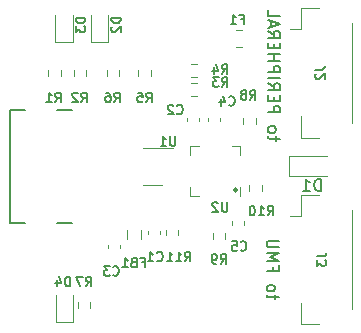
<source format=gbr>
%TF.GenerationSoftware,KiCad,Pcbnew,7.0.7-7.0.7~ubuntu23.04.1*%
%TF.CreationDate,2023-09-26T23:16:17+00:00*%
%TF.ProjectId,TFUSBSERIAL01,54465553-4253-4455-9249-414c30312e6b,REV*%
%TF.SameCoordinates,Original*%
%TF.FileFunction,Legend,Bot*%
%TF.FilePolarity,Positive*%
%FSLAX46Y46*%
G04 Gerber Fmt 4.6, Leading zero omitted, Abs format (unit mm)*
G04 Created by KiCad (PCBNEW 7.0.7-7.0.7~ubuntu23.04.1) date 2023-09-26 23:16:17*
%MOMM*%
%LPD*%
G01*
G04 APERTURE LIST*
%ADD10C,0.150000*%
%ADD11C,0.200000*%
%ADD12C,0.120000*%
G04 APERTURE END LIST*
D10*
X155241421Y-102300000D02*
G75*
G03*
X155241421Y-102300000I-141421J0D01*
G01*
D11*
X158514447Y-98123809D02*
X158514447Y-97742857D01*
X158847780Y-97980952D02*
X157990638Y-97980952D01*
X157990638Y-97980952D02*
X157895400Y-97933333D01*
X157895400Y-97933333D02*
X157847780Y-97838095D01*
X157847780Y-97838095D02*
X157847780Y-97742857D01*
X157847780Y-97266666D02*
X157895400Y-97361904D01*
X157895400Y-97361904D02*
X157943019Y-97409523D01*
X157943019Y-97409523D02*
X158038257Y-97457142D01*
X158038257Y-97457142D02*
X158323971Y-97457142D01*
X158323971Y-97457142D02*
X158419209Y-97409523D01*
X158419209Y-97409523D02*
X158466828Y-97361904D01*
X158466828Y-97361904D02*
X158514447Y-97266666D01*
X158514447Y-97266666D02*
X158514447Y-97123809D01*
X158514447Y-97123809D02*
X158466828Y-97028571D01*
X158466828Y-97028571D02*
X158419209Y-96980952D01*
X158419209Y-96980952D02*
X158323971Y-96933333D01*
X158323971Y-96933333D02*
X158038257Y-96933333D01*
X158038257Y-96933333D02*
X157943019Y-96980952D01*
X157943019Y-96980952D02*
X157895400Y-97028571D01*
X157895400Y-97028571D02*
X157847780Y-97123809D01*
X157847780Y-97123809D02*
X157847780Y-97266666D01*
X157847780Y-95742856D02*
X158847780Y-95742856D01*
X158847780Y-95742856D02*
X158847780Y-95361904D01*
X158847780Y-95361904D02*
X158800161Y-95266666D01*
X158800161Y-95266666D02*
X158752542Y-95219047D01*
X158752542Y-95219047D02*
X158657304Y-95171428D01*
X158657304Y-95171428D02*
X158514447Y-95171428D01*
X158514447Y-95171428D02*
X158419209Y-95219047D01*
X158419209Y-95219047D02*
X158371590Y-95266666D01*
X158371590Y-95266666D02*
X158323971Y-95361904D01*
X158323971Y-95361904D02*
X158323971Y-95742856D01*
X158371590Y-94742856D02*
X158371590Y-94409523D01*
X157847780Y-94266666D02*
X157847780Y-94742856D01*
X157847780Y-94742856D02*
X158847780Y-94742856D01*
X158847780Y-94742856D02*
X158847780Y-94266666D01*
X157847780Y-93266666D02*
X158323971Y-93599999D01*
X157847780Y-93838094D02*
X158847780Y-93838094D01*
X158847780Y-93838094D02*
X158847780Y-93457142D01*
X158847780Y-93457142D02*
X158800161Y-93361904D01*
X158800161Y-93361904D02*
X158752542Y-93314285D01*
X158752542Y-93314285D02*
X158657304Y-93266666D01*
X158657304Y-93266666D02*
X158514447Y-93266666D01*
X158514447Y-93266666D02*
X158419209Y-93314285D01*
X158419209Y-93314285D02*
X158371590Y-93361904D01*
X158371590Y-93361904D02*
X158323971Y-93457142D01*
X158323971Y-93457142D02*
X158323971Y-93838094D01*
X157847780Y-92838094D02*
X158847780Y-92838094D01*
X157847780Y-92361904D02*
X158847780Y-92361904D01*
X158847780Y-92361904D02*
X158847780Y-91980952D01*
X158847780Y-91980952D02*
X158800161Y-91885714D01*
X158800161Y-91885714D02*
X158752542Y-91838095D01*
X158752542Y-91838095D02*
X158657304Y-91790476D01*
X158657304Y-91790476D02*
X158514447Y-91790476D01*
X158514447Y-91790476D02*
X158419209Y-91838095D01*
X158419209Y-91838095D02*
X158371590Y-91885714D01*
X158371590Y-91885714D02*
X158323971Y-91980952D01*
X158323971Y-91980952D02*
X158323971Y-92361904D01*
X157847780Y-91361904D02*
X158847780Y-91361904D01*
X158371590Y-91361904D02*
X158371590Y-90790476D01*
X157847780Y-90790476D02*
X158847780Y-90790476D01*
X158371590Y-90314285D02*
X158371590Y-89980952D01*
X157847780Y-89838095D02*
X157847780Y-90314285D01*
X157847780Y-90314285D02*
X158847780Y-90314285D01*
X158847780Y-90314285D02*
X158847780Y-89838095D01*
X157847780Y-88838095D02*
X158323971Y-89171428D01*
X157847780Y-89409523D02*
X158847780Y-89409523D01*
X158847780Y-89409523D02*
X158847780Y-89028571D01*
X158847780Y-89028571D02*
X158800161Y-88933333D01*
X158800161Y-88933333D02*
X158752542Y-88885714D01*
X158752542Y-88885714D02*
X158657304Y-88838095D01*
X158657304Y-88838095D02*
X158514447Y-88838095D01*
X158514447Y-88838095D02*
X158419209Y-88885714D01*
X158419209Y-88885714D02*
X158371590Y-88933333D01*
X158371590Y-88933333D02*
X158323971Y-89028571D01*
X158323971Y-89028571D02*
X158323971Y-89409523D01*
X158133495Y-88457142D02*
X158133495Y-87980952D01*
X157847780Y-88552380D02*
X158847780Y-88219047D01*
X158847780Y-88219047D02*
X157847780Y-87885714D01*
X157847780Y-87076190D02*
X157847780Y-87552380D01*
X157847780Y-87552380D02*
X158847780Y-87552380D01*
X158414447Y-111547618D02*
X158414447Y-111166666D01*
X158747780Y-111404761D02*
X157890638Y-111404761D01*
X157890638Y-111404761D02*
X157795400Y-111357142D01*
X157795400Y-111357142D02*
X157747780Y-111261904D01*
X157747780Y-111261904D02*
X157747780Y-111166666D01*
X157747780Y-110690475D02*
X157795400Y-110785713D01*
X157795400Y-110785713D02*
X157843019Y-110833332D01*
X157843019Y-110833332D02*
X157938257Y-110880951D01*
X157938257Y-110880951D02*
X158223971Y-110880951D01*
X158223971Y-110880951D02*
X158319209Y-110833332D01*
X158319209Y-110833332D02*
X158366828Y-110785713D01*
X158366828Y-110785713D02*
X158414447Y-110690475D01*
X158414447Y-110690475D02*
X158414447Y-110547618D01*
X158414447Y-110547618D02*
X158366828Y-110452380D01*
X158366828Y-110452380D02*
X158319209Y-110404761D01*
X158319209Y-110404761D02*
X158223971Y-110357142D01*
X158223971Y-110357142D02*
X157938257Y-110357142D01*
X157938257Y-110357142D02*
X157843019Y-110404761D01*
X157843019Y-110404761D02*
X157795400Y-110452380D01*
X157795400Y-110452380D02*
X157747780Y-110547618D01*
X157747780Y-110547618D02*
X157747780Y-110690475D01*
X158271590Y-108833332D02*
X158271590Y-109166665D01*
X157747780Y-109166665D02*
X158747780Y-109166665D01*
X158747780Y-109166665D02*
X158747780Y-108690475D01*
X157747780Y-108309522D02*
X158747780Y-108309522D01*
X158747780Y-108309522D02*
X158033495Y-107976189D01*
X158033495Y-107976189D02*
X158747780Y-107642856D01*
X158747780Y-107642856D02*
X157747780Y-107642856D01*
X158747780Y-107166665D02*
X157938257Y-107166665D01*
X157938257Y-107166665D02*
X157843019Y-107119046D01*
X157843019Y-107119046D02*
X157795400Y-107071427D01*
X157795400Y-107071427D02*
X157747780Y-106976189D01*
X157747780Y-106976189D02*
X157747780Y-106785713D01*
X157747780Y-106785713D02*
X157795400Y-106690475D01*
X157795400Y-106690475D02*
X157843019Y-106642856D01*
X157843019Y-106642856D02*
X157938257Y-106595237D01*
X157938257Y-106595237D02*
X158747780Y-106595237D01*
D10*
X162332894Y-102385019D02*
X162332894Y-101385019D01*
X162332894Y-101385019D02*
X162094799Y-101385019D01*
X162094799Y-101385019D02*
X161951942Y-101432638D01*
X161951942Y-101432638D02*
X161856704Y-101527876D01*
X161856704Y-101527876D02*
X161809085Y-101623114D01*
X161809085Y-101623114D02*
X161761466Y-101813590D01*
X161761466Y-101813590D02*
X161761466Y-101956447D01*
X161761466Y-101956447D02*
X161809085Y-102146923D01*
X161809085Y-102146923D02*
X161856704Y-102242161D01*
X161856704Y-102242161D02*
X161951942Y-102337400D01*
X161951942Y-102337400D02*
X162094799Y-102385019D01*
X162094799Y-102385019D02*
X162332894Y-102385019D01*
X160809085Y-102385019D02*
X161380513Y-102385019D01*
X161094799Y-102385019D02*
X161094799Y-101385019D01*
X161094799Y-101385019D02*
X161190037Y-101527876D01*
X161190037Y-101527876D02*
X161285275Y-101623114D01*
X161285275Y-101623114D02*
X161380513Y-101670733D01*
X142386295Y-87726524D02*
X141586295Y-87726524D01*
X141586295Y-87726524D02*
X141586295Y-87917000D01*
X141586295Y-87917000D02*
X141624390Y-88031286D01*
X141624390Y-88031286D02*
X141700580Y-88107476D01*
X141700580Y-88107476D02*
X141776771Y-88145571D01*
X141776771Y-88145571D02*
X141929152Y-88183667D01*
X141929152Y-88183667D02*
X142043438Y-88183667D01*
X142043438Y-88183667D02*
X142195819Y-88145571D01*
X142195819Y-88145571D02*
X142272009Y-88107476D01*
X142272009Y-88107476D02*
X142348200Y-88031286D01*
X142348200Y-88031286D02*
X142386295Y-87917000D01*
X142386295Y-87917000D02*
X142386295Y-87726524D01*
X141586295Y-88450333D02*
X141586295Y-88945571D01*
X141586295Y-88945571D02*
X141891057Y-88678905D01*
X141891057Y-88678905D02*
X141891057Y-88793190D01*
X141891057Y-88793190D02*
X141929152Y-88869381D01*
X141929152Y-88869381D02*
X141967247Y-88907476D01*
X141967247Y-88907476D02*
X142043438Y-88945571D01*
X142043438Y-88945571D02*
X142233914Y-88945571D01*
X142233914Y-88945571D02*
X142310104Y-88907476D01*
X142310104Y-88907476D02*
X142348200Y-88869381D01*
X142348200Y-88869381D02*
X142386295Y-88793190D01*
X142386295Y-88793190D02*
X142386295Y-88564619D01*
X142386295Y-88564619D02*
X142348200Y-88488428D01*
X142348200Y-88488428D02*
X142310104Y-88450333D01*
X155533332Y-107386104D02*
X155571428Y-107424200D01*
X155571428Y-107424200D02*
X155685713Y-107462295D01*
X155685713Y-107462295D02*
X155761904Y-107462295D01*
X155761904Y-107462295D02*
X155876190Y-107424200D01*
X155876190Y-107424200D02*
X155952380Y-107348009D01*
X155952380Y-107348009D02*
X155990475Y-107271819D01*
X155990475Y-107271819D02*
X156028571Y-107119438D01*
X156028571Y-107119438D02*
X156028571Y-107005152D01*
X156028571Y-107005152D02*
X155990475Y-106852771D01*
X155990475Y-106852771D02*
X155952380Y-106776580D01*
X155952380Y-106776580D02*
X155876190Y-106700390D01*
X155876190Y-106700390D02*
X155761904Y-106662295D01*
X155761904Y-106662295D02*
X155685713Y-106662295D01*
X155685713Y-106662295D02*
X155571428Y-106700390D01*
X155571428Y-106700390D02*
X155533332Y-106738485D01*
X154809523Y-106662295D02*
X155190475Y-106662295D01*
X155190475Y-106662295D02*
X155228571Y-107043247D01*
X155228571Y-107043247D02*
X155190475Y-107005152D01*
X155190475Y-107005152D02*
X155114285Y-106967057D01*
X155114285Y-106967057D02*
X154923809Y-106967057D01*
X154923809Y-106967057D02*
X154847618Y-107005152D01*
X154847618Y-107005152D02*
X154809523Y-107043247D01*
X154809523Y-107043247D02*
X154771428Y-107119438D01*
X154771428Y-107119438D02*
X154771428Y-107309914D01*
X154771428Y-107309914D02*
X154809523Y-107386104D01*
X154809523Y-107386104D02*
X154847618Y-107424200D01*
X154847618Y-107424200D02*
X154923809Y-107462295D01*
X154923809Y-107462295D02*
X155114285Y-107462295D01*
X155114285Y-107462295D02*
X155190475Y-107424200D01*
X155190475Y-107424200D02*
X155228571Y-107386104D01*
X141090475Y-110462295D02*
X141090475Y-109662295D01*
X141090475Y-109662295D02*
X140899999Y-109662295D01*
X140899999Y-109662295D02*
X140785713Y-109700390D01*
X140785713Y-109700390D02*
X140709523Y-109776580D01*
X140709523Y-109776580D02*
X140671428Y-109852771D01*
X140671428Y-109852771D02*
X140633332Y-110005152D01*
X140633332Y-110005152D02*
X140633332Y-110119438D01*
X140633332Y-110119438D02*
X140671428Y-110271819D01*
X140671428Y-110271819D02*
X140709523Y-110348009D01*
X140709523Y-110348009D02*
X140785713Y-110424200D01*
X140785713Y-110424200D02*
X140899999Y-110462295D01*
X140899999Y-110462295D02*
X141090475Y-110462295D01*
X139947618Y-109928961D02*
X139947618Y-110462295D01*
X140138094Y-109624200D02*
X140328571Y-110195628D01*
X140328571Y-110195628D02*
X139833332Y-110195628D01*
X147533332Y-94862295D02*
X147799999Y-94481342D01*
X147990475Y-94862295D02*
X147990475Y-94062295D01*
X147990475Y-94062295D02*
X147685713Y-94062295D01*
X147685713Y-94062295D02*
X147609523Y-94100390D01*
X147609523Y-94100390D02*
X147571428Y-94138485D01*
X147571428Y-94138485D02*
X147533332Y-94214676D01*
X147533332Y-94214676D02*
X147533332Y-94328961D01*
X147533332Y-94328961D02*
X147571428Y-94405152D01*
X147571428Y-94405152D02*
X147609523Y-94443247D01*
X147609523Y-94443247D02*
X147685713Y-94481342D01*
X147685713Y-94481342D02*
X147990475Y-94481342D01*
X146809523Y-94062295D02*
X147190475Y-94062295D01*
X147190475Y-94062295D02*
X147228571Y-94443247D01*
X147228571Y-94443247D02*
X147190475Y-94405152D01*
X147190475Y-94405152D02*
X147114285Y-94367057D01*
X147114285Y-94367057D02*
X146923809Y-94367057D01*
X146923809Y-94367057D02*
X146847618Y-94405152D01*
X146847618Y-94405152D02*
X146809523Y-94443247D01*
X146809523Y-94443247D02*
X146771428Y-94519438D01*
X146771428Y-94519438D02*
X146771428Y-94709914D01*
X146771428Y-94709914D02*
X146809523Y-94786104D01*
X146809523Y-94786104D02*
X146847618Y-94824200D01*
X146847618Y-94824200D02*
X146923809Y-94862295D01*
X146923809Y-94862295D02*
X147114285Y-94862295D01*
X147114285Y-94862295D02*
X147190475Y-94824200D01*
X147190475Y-94824200D02*
X147228571Y-94786104D01*
X144833332Y-94862295D02*
X145099999Y-94481342D01*
X145290475Y-94862295D02*
X145290475Y-94062295D01*
X145290475Y-94062295D02*
X144985713Y-94062295D01*
X144985713Y-94062295D02*
X144909523Y-94100390D01*
X144909523Y-94100390D02*
X144871428Y-94138485D01*
X144871428Y-94138485D02*
X144833332Y-94214676D01*
X144833332Y-94214676D02*
X144833332Y-94328961D01*
X144833332Y-94328961D02*
X144871428Y-94405152D01*
X144871428Y-94405152D02*
X144909523Y-94443247D01*
X144909523Y-94443247D02*
X144985713Y-94481342D01*
X144985713Y-94481342D02*
X145290475Y-94481342D01*
X144147618Y-94062295D02*
X144299999Y-94062295D01*
X144299999Y-94062295D02*
X144376190Y-94100390D01*
X144376190Y-94100390D02*
X144414285Y-94138485D01*
X144414285Y-94138485D02*
X144490475Y-94252771D01*
X144490475Y-94252771D02*
X144528571Y-94405152D01*
X144528571Y-94405152D02*
X144528571Y-94709914D01*
X144528571Y-94709914D02*
X144490475Y-94786104D01*
X144490475Y-94786104D02*
X144452380Y-94824200D01*
X144452380Y-94824200D02*
X144376190Y-94862295D01*
X144376190Y-94862295D02*
X144223809Y-94862295D01*
X144223809Y-94862295D02*
X144147618Y-94824200D01*
X144147618Y-94824200D02*
X144109523Y-94786104D01*
X144109523Y-94786104D02*
X144071428Y-94709914D01*
X144071428Y-94709914D02*
X144071428Y-94519438D01*
X144071428Y-94519438D02*
X144109523Y-94443247D01*
X144109523Y-94443247D02*
X144147618Y-94405152D01*
X144147618Y-94405152D02*
X144223809Y-94367057D01*
X144223809Y-94367057D02*
X144376190Y-94367057D01*
X144376190Y-94367057D02*
X144452380Y-94405152D01*
X144452380Y-94405152D02*
X144490475Y-94443247D01*
X144490475Y-94443247D02*
X144528571Y-94519438D01*
X150133332Y-95811104D02*
X150171428Y-95849200D01*
X150171428Y-95849200D02*
X150285713Y-95887295D01*
X150285713Y-95887295D02*
X150361904Y-95887295D01*
X150361904Y-95887295D02*
X150476190Y-95849200D01*
X150476190Y-95849200D02*
X150552380Y-95773009D01*
X150552380Y-95773009D02*
X150590475Y-95696819D01*
X150590475Y-95696819D02*
X150628571Y-95544438D01*
X150628571Y-95544438D02*
X150628571Y-95430152D01*
X150628571Y-95430152D02*
X150590475Y-95277771D01*
X150590475Y-95277771D02*
X150552380Y-95201580D01*
X150552380Y-95201580D02*
X150476190Y-95125390D01*
X150476190Y-95125390D02*
X150361904Y-95087295D01*
X150361904Y-95087295D02*
X150285713Y-95087295D01*
X150285713Y-95087295D02*
X150171428Y-95125390D01*
X150171428Y-95125390D02*
X150133332Y-95163485D01*
X149828571Y-95163485D02*
X149790475Y-95125390D01*
X149790475Y-95125390D02*
X149714285Y-95087295D01*
X149714285Y-95087295D02*
X149523809Y-95087295D01*
X149523809Y-95087295D02*
X149447618Y-95125390D01*
X149447618Y-95125390D02*
X149409523Y-95163485D01*
X149409523Y-95163485D02*
X149371428Y-95239676D01*
X149371428Y-95239676D02*
X149371428Y-95315866D01*
X149371428Y-95315866D02*
X149409523Y-95430152D01*
X149409523Y-95430152D02*
X149866666Y-95887295D01*
X149866666Y-95887295D02*
X149371428Y-95887295D01*
X142433332Y-110462295D02*
X142699999Y-110081342D01*
X142890475Y-110462295D02*
X142890475Y-109662295D01*
X142890475Y-109662295D02*
X142585713Y-109662295D01*
X142585713Y-109662295D02*
X142509523Y-109700390D01*
X142509523Y-109700390D02*
X142471428Y-109738485D01*
X142471428Y-109738485D02*
X142433332Y-109814676D01*
X142433332Y-109814676D02*
X142433332Y-109928961D01*
X142433332Y-109928961D02*
X142471428Y-110005152D01*
X142471428Y-110005152D02*
X142509523Y-110043247D01*
X142509523Y-110043247D02*
X142585713Y-110081342D01*
X142585713Y-110081342D02*
X142890475Y-110081342D01*
X142166666Y-109662295D02*
X141633332Y-109662295D01*
X141633332Y-109662295D02*
X141976190Y-110462295D01*
X147166666Y-108443247D02*
X147433332Y-108443247D01*
X147433332Y-108862295D02*
X147433332Y-108062295D01*
X147433332Y-108062295D02*
X147052380Y-108062295D01*
X146480952Y-108443247D02*
X146366666Y-108481342D01*
X146366666Y-108481342D02*
X146328571Y-108519438D01*
X146328571Y-108519438D02*
X146290475Y-108595628D01*
X146290475Y-108595628D02*
X146290475Y-108709914D01*
X146290475Y-108709914D02*
X146328571Y-108786104D01*
X146328571Y-108786104D02*
X146366666Y-108824200D01*
X146366666Y-108824200D02*
X146442856Y-108862295D01*
X146442856Y-108862295D02*
X146747618Y-108862295D01*
X146747618Y-108862295D02*
X146747618Y-108062295D01*
X146747618Y-108062295D02*
X146480952Y-108062295D01*
X146480952Y-108062295D02*
X146404761Y-108100390D01*
X146404761Y-108100390D02*
X146366666Y-108138485D01*
X146366666Y-108138485D02*
X146328571Y-108214676D01*
X146328571Y-108214676D02*
X146328571Y-108290866D01*
X146328571Y-108290866D02*
X146366666Y-108367057D01*
X146366666Y-108367057D02*
X146404761Y-108405152D01*
X146404761Y-108405152D02*
X146480952Y-108443247D01*
X146480952Y-108443247D02*
X146747618Y-108443247D01*
X145528571Y-108862295D02*
X145985714Y-108862295D01*
X145757142Y-108862295D02*
X145757142Y-108062295D01*
X145757142Y-108062295D02*
X145833333Y-108176580D01*
X145833333Y-108176580D02*
X145909523Y-108252771D01*
X145909523Y-108252771D02*
X145985714Y-108290866D01*
X161862295Y-92133333D02*
X162433723Y-92133333D01*
X162433723Y-92133333D02*
X162548009Y-92095238D01*
X162548009Y-92095238D02*
X162624200Y-92019047D01*
X162624200Y-92019047D02*
X162662295Y-91904762D01*
X162662295Y-91904762D02*
X162662295Y-91828571D01*
X161938485Y-92476190D02*
X161900390Y-92514286D01*
X161900390Y-92514286D02*
X161862295Y-92590476D01*
X161862295Y-92590476D02*
X161862295Y-92780952D01*
X161862295Y-92780952D02*
X161900390Y-92857143D01*
X161900390Y-92857143D02*
X161938485Y-92895238D01*
X161938485Y-92895238D02*
X162014676Y-92933333D01*
X162014676Y-92933333D02*
X162090866Y-92933333D01*
X162090866Y-92933333D02*
X162205152Y-92895238D01*
X162205152Y-92895238D02*
X162662295Y-92438095D01*
X162662295Y-92438095D02*
X162662295Y-92933333D01*
X154409523Y-103362295D02*
X154409523Y-104009914D01*
X154409523Y-104009914D02*
X154371428Y-104086104D01*
X154371428Y-104086104D02*
X154333333Y-104124200D01*
X154333333Y-104124200D02*
X154257142Y-104162295D01*
X154257142Y-104162295D02*
X154104761Y-104162295D01*
X154104761Y-104162295D02*
X154028571Y-104124200D01*
X154028571Y-104124200D02*
X153990476Y-104086104D01*
X153990476Y-104086104D02*
X153952380Y-104009914D01*
X153952380Y-104009914D02*
X153952380Y-103362295D01*
X153609524Y-103438485D02*
X153571428Y-103400390D01*
X153571428Y-103400390D02*
X153495238Y-103362295D01*
X153495238Y-103362295D02*
X153304762Y-103362295D01*
X153304762Y-103362295D02*
X153228571Y-103400390D01*
X153228571Y-103400390D02*
X153190476Y-103438485D01*
X153190476Y-103438485D02*
X153152381Y-103514676D01*
X153152381Y-103514676D02*
X153152381Y-103590866D01*
X153152381Y-103590866D02*
X153190476Y-103705152D01*
X153190476Y-103705152D02*
X153647619Y-104162295D01*
X153647619Y-104162295D02*
X153152381Y-104162295D01*
X153833332Y-108562295D02*
X154099999Y-108181342D01*
X154290475Y-108562295D02*
X154290475Y-107762295D01*
X154290475Y-107762295D02*
X153985713Y-107762295D01*
X153985713Y-107762295D02*
X153909523Y-107800390D01*
X153909523Y-107800390D02*
X153871428Y-107838485D01*
X153871428Y-107838485D02*
X153833332Y-107914676D01*
X153833332Y-107914676D02*
X153833332Y-108028961D01*
X153833332Y-108028961D02*
X153871428Y-108105152D01*
X153871428Y-108105152D02*
X153909523Y-108143247D01*
X153909523Y-108143247D02*
X153985713Y-108181342D01*
X153985713Y-108181342D02*
X154290475Y-108181342D01*
X153452380Y-108562295D02*
X153299999Y-108562295D01*
X153299999Y-108562295D02*
X153223809Y-108524200D01*
X153223809Y-108524200D02*
X153185713Y-108486104D01*
X153185713Y-108486104D02*
X153109523Y-108371819D01*
X153109523Y-108371819D02*
X153071428Y-108219438D01*
X153071428Y-108219438D02*
X153071428Y-107914676D01*
X153071428Y-107914676D02*
X153109523Y-107838485D01*
X153109523Y-107838485D02*
X153147618Y-107800390D01*
X153147618Y-107800390D02*
X153223809Y-107762295D01*
X153223809Y-107762295D02*
X153376190Y-107762295D01*
X153376190Y-107762295D02*
X153452380Y-107800390D01*
X153452380Y-107800390D02*
X153490475Y-107838485D01*
X153490475Y-107838485D02*
X153528571Y-107914676D01*
X153528571Y-107914676D02*
X153528571Y-108105152D01*
X153528571Y-108105152D02*
X153490475Y-108181342D01*
X153490475Y-108181342D02*
X153452380Y-108219438D01*
X153452380Y-108219438D02*
X153376190Y-108257533D01*
X153376190Y-108257533D02*
X153223809Y-108257533D01*
X153223809Y-108257533D02*
X153147618Y-108219438D01*
X153147618Y-108219438D02*
X153109523Y-108181342D01*
X153109523Y-108181342D02*
X153071428Y-108105152D01*
X142033332Y-94862295D02*
X142299999Y-94481342D01*
X142490475Y-94862295D02*
X142490475Y-94062295D01*
X142490475Y-94062295D02*
X142185713Y-94062295D01*
X142185713Y-94062295D02*
X142109523Y-94100390D01*
X142109523Y-94100390D02*
X142071428Y-94138485D01*
X142071428Y-94138485D02*
X142033332Y-94214676D01*
X142033332Y-94214676D02*
X142033332Y-94328961D01*
X142033332Y-94328961D02*
X142071428Y-94405152D01*
X142071428Y-94405152D02*
X142109523Y-94443247D01*
X142109523Y-94443247D02*
X142185713Y-94481342D01*
X142185713Y-94481342D02*
X142490475Y-94481342D01*
X141728571Y-94138485D02*
X141690475Y-94100390D01*
X141690475Y-94100390D02*
X141614285Y-94062295D01*
X141614285Y-94062295D02*
X141423809Y-94062295D01*
X141423809Y-94062295D02*
X141347618Y-94100390D01*
X141347618Y-94100390D02*
X141309523Y-94138485D01*
X141309523Y-94138485D02*
X141271428Y-94214676D01*
X141271428Y-94214676D02*
X141271428Y-94290866D01*
X141271428Y-94290866D02*
X141309523Y-94405152D01*
X141309523Y-94405152D02*
X141766666Y-94862295D01*
X141766666Y-94862295D02*
X141271428Y-94862295D01*
X148433332Y-108286104D02*
X148471428Y-108324200D01*
X148471428Y-108324200D02*
X148585713Y-108362295D01*
X148585713Y-108362295D02*
X148661904Y-108362295D01*
X148661904Y-108362295D02*
X148776190Y-108324200D01*
X148776190Y-108324200D02*
X148852380Y-108248009D01*
X148852380Y-108248009D02*
X148890475Y-108171819D01*
X148890475Y-108171819D02*
X148928571Y-108019438D01*
X148928571Y-108019438D02*
X148928571Y-107905152D01*
X148928571Y-107905152D02*
X148890475Y-107752771D01*
X148890475Y-107752771D02*
X148852380Y-107676580D01*
X148852380Y-107676580D02*
X148776190Y-107600390D01*
X148776190Y-107600390D02*
X148661904Y-107562295D01*
X148661904Y-107562295D02*
X148585713Y-107562295D01*
X148585713Y-107562295D02*
X148471428Y-107600390D01*
X148471428Y-107600390D02*
X148433332Y-107638485D01*
X147671428Y-108362295D02*
X148128571Y-108362295D01*
X147899999Y-108362295D02*
X147899999Y-107562295D01*
X147899999Y-107562295D02*
X147976190Y-107676580D01*
X147976190Y-107676580D02*
X148052380Y-107752771D01*
X148052380Y-107752771D02*
X148128571Y-107790866D01*
X144733332Y-109486104D02*
X144771428Y-109524200D01*
X144771428Y-109524200D02*
X144885713Y-109562295D01*
X144885713Y-109562295D02*
X144961904Y-109562295D01*
X144961904Y-109562295D02*
X145076190Y-109524200D01*
X145076190Y-109524200D02*
X145152380Y-109448009D01*
X145152380Y-109448009D02*
X145190475Y-109371819D01*
X145190475Y-109371819D02*
X145228571Y-109219438D01*
X145228571Y-109219438D02*
X145228571Y-109105152D01*
X145228571Y-109105152D02*
X145190475Y-108952771D01*
X145190475Y-108952771D02*
X145152380Y-108876580D01*
X145152380Y-108876580D02*
X145076190Y-108800390D01*
X145076190Y-108800390D02*
X144961904Y-108762295D01*
X144961904Y-108762295D02*
X144885713Y-108762295D01*
X144885713Y-108762295D02*
X144771428Y-108800390D01*
X144771428Y-108800390D02*
X144733332Y-108838485D01*
X144466666Y-108762295D02*
X143971428Y-108762295D01*
X143971428Y-108762295D02*
X144238094Y-109067057D01*
X144238094Y-109067057D02*
X144123809Y-109067057D01*
X144123809Y-109067057D02*
X144047618Y-109105152D01*
X144047618Y-109105152D02*
X144009523Y-109143247D01*
X144009523Y-109143247D02*
X143971428Y-109219438D01*
X143971428Y-109219438D02*
X143971428Y-109409914D01*
X143971428Y-109409914D02*
X144009523Y-109486104D01*
X144009523Y-109486104D02*
X144047618Y-109524200D01*
X144047618Y-109524200D02*
X144123809Y-109562295D01*
X144123809Y-109562295D02*
X144352380Y-109562295D01*
X144352380Y-109562295D02*
X144428571Y-109524200D01*
X144428571Y-109524200D02*
X144466666Y-109486104D01*
X150009523Y-97762295D02*
X150009523Y-98409914D01*
X150009523Y-98409914D02*
X149971428Y-98486104D01*
X149971428Y-98486104D02*
X149933333Y-98524200D01*
X149933333Y-98524200D02*
X149857142Y-98562295D01*
X149857142Y-98562295D02*
X149704761Y-98562295D01*
X149704761Y-98562295D02*
X149628571Y-98524200D01*
X149628571Y-98524200D02*
X149590476Y-98486104D01*
X149590476Y-98486104D02*
X149552380Y-98409914D01*
X149552380Y-98409914D02*
X149552380Y-97762295D01*
X148752381Y-98562295D02*
X149209524Y-98562295D01*
X148980952Y-98562295D02*
X148980952Y-97762295D01*
X148980952Y-97762295D02*
X149057143Y-97876580D01*
X149057143Y-97876580D02*
X149133333Y-97952771D01*
X149133333Y-97952771D02*
X149209524Y-97990866D01*
X155529166Y-87843247D02*
X155795832Y-87843247D01*
X155795832Y-88262295D02*
X155795832Y-87462295D01*
X155795832Y-87462295D02*
X155414880Y-87462295D01*
X154691071Y-88262295D02*
X155148214Y-88262295D01*
X154919642Y-88262295D02*
X154919642Y-87462295D01*
X154919642Y-87462295D02*
X154995833Y-87576580D01*
X154995833Y-87576580D02*
X155072023Y-87652771D01*
X155072023Y-87652771D02*
X155148214Y-87690866D01*
X157814285Y-104462295D02*
X158080952Y-104081342D01*
X158271428Y-104462295D02*
X158271428Y-103662295D01*
X158271428Y-103662295D02*
X157966666Y-103662295D01*
X157966666Y-103662295D02*
X157890476Y-103700390D01*
X157890476Y-103700390D02*
X157852381Y-103738485D01*
X157852381Y-103738485D02*
X157814285Y-103814676D01*
X157814285Y-103814676D02*
X157814285Y-103928961D01*
X157814285Y-103928961D02*
X157852381Y-104005152D01*
X157852381Y-104005152D02*
X157890476Y-104043247D01*
X157890476Y-104043247D02*
X157966666Y-104081342D01*
X157966666Y-104081342D02*
X158271428Y-104081342D01*
X157052381Y-104462295D02*
X157509524Y-104462295D01*
X157280952Y-104462295D02*
X157280952Y-103662295D01*
X157280952Y-103662295D02*
X157357143Y-103776580D01*
X157357143Y-103776580D02*
X157433333Y-103852771D01*
X157433333Y-103852771D02*
X157509524Y-103890866D01*
X156557142Y-103662295D02*
X156480952Y-103662295D01*
X156480952Y-103662295D02*
X156404761Y-103700390D01*
X156404761Y-103700390D02*
X156366666Y-103738485D01*
X156366666Y-103738485D02*
X156328571Y-103814676D01*
X156328571Y-103814676D02*
X156290476Y-103967057D01*
X156290476Y-103967057D02*
X156290476Y-104157533D01*
X156290476Y-104157533D02*
X156328571Y-104309914D01*
X156328571Y-104309914D02*
X156366666Y-104386104D01*
X156366666Y-104386104D02*
X156404761Y-104424200D01*
X156404761Y-104424200D02*
X156480952Y-104462295D01*
X156480952Y-104462295D02*
X156557142Y-104462295D01*
X156557142Y-104462295D02*
X156633333Y-104424200D01*
X156633333Y-104424200D02*
X156671428Y-104386104D01*
X156671428Y-104386104D02*
X156709523Y-104309914D01*
X156709523Y-104309914D02*
X156747619Y-104157533D01*
X156747619Y-104157533D02*
X156747619Y-103967057D01*
X156747619Y-103967057D02*
X156709523Y-103814676D01*
X156709523Y-103814676D02*
X156671428Y-103738485D01*
X156671428Y-103738485D02*
X156633333Y-103700390D01*
X156633333Y-103700390D02*
X156557142Y-103662295D01*
X139833332Y-94862295D02*
X140099999Y-94481342D01*
X140290475Y-94862295D02*
X140290475Y-94062295D01*
X140290475Y-94062295D02*
X139985713Y-94062295D01*
X139985713Y-94062295D02*
X139909523Y-94100390D01*
X139909523Y-94100390D02*
X139871428Y-94138485D01*
X139871428Y-94138485D02*
X139833332Y-94214676D01*
X139833332Y-94214676D02*
X139833332Y-94328961D01*
X139833332Y-94328961D02*
X139871428Y-94405152D01*
X139871428Y-94405152D02*
X139909523Y-94443247D01*
X139909523Y-94443247D02*
X139985713Y-94481342D01*
X139985713Y-94481342D02*
X140290475Y-94481342D01*
X139071428Y-94862295D02*
X139528571Y-94862295D01*
X139299999Y-94862295D02*
X139299999Y-94062295D01*
X139299999Y-94062295D02*
X139376190Y-94176580D01*
X139376190Y-94176580D02*
X139452380Y-94252771D01*
X139452380Y-94252771D02*
X139528571Y-94290866D01*
X150814285Y-108362295D02*
X151080952Y-107981342D01*
X151271428Y-108362295D02*
X151271428Y-107562295D01*
X151271428Y-107562295D02*
X150966666Y-107562295D01*
X150966666Y-107562295D02*
X150890476Y-107600390D01*
X150890476Y-107600390D02*
X150852381Y-107638485D01*
X150852381Y-107638485D02*
X150814285Y-107714676D01*
X150814285Y-107714676D02*
X150814285Y-107828961D01*
X150814285Y-107828961D02*
X150852381Y-107905152D01*
X150852381Y-107905152D02*
X150890476Y-107943247D01*
X150890476Y-107943247D02*
X150966666Y-107981342D01*
X150966666Y-107981342D02*
X151271428Y-107981342D01*
X150052381Y-108362295D02*
X150509524Y-108362295D01*
X150280952Y-108362295D02*
X150280952Y-107562295D01*
X150280952Y-107562295D02*
X150357143Y-107676580D01*
X150357143Y-107676580D02*
X150433333Y-107752771D01*
X150433333Y-107752771D02*
X150509524Y-107790866D01*
X149290476Y-108362295D02*
X149747619Y-108362295D01*
X149519047Y-108362295D02*
X149519047Y-107562295D01*
X149519047Y-107562295D02*
X149595238Y-107676580D01*
X149595238Y-107676580D02*
X149671428Y-107752771D01*
X149671428Y-107752771D02*
X149747619Y-107790866D01*
X154533332Y-95086104D02*
X154571428Y-95124200D01*
X154571428Y-95124200D02*
X154685713Y-95162295D01*
X154685713Y-95162295D02*
X154761904Y-95162295D01*
X154761904Y-95162295D02*
X154876190Y-95124200D01*
X154876190Y-95124200D02*
X154952380Y-95048009D01*
X154952380Y-95048009D02*
X154990475Y-94971819D01*
X154990475Y-94971819D02*
X155028571Y-94819438D01*
X155028571Y-94819438D02*
X155028571Y-94705152D01*
X155028571Y-94705152D02*
X154990475Y-94552771D01*
X154990475Y-94552771D02*
X154952380Y-94476580D01*
X154952380Y-94476580D02*
X154876190Y-94400390D01*
X154876190Y-94400390D02*
X154761904Y-94362295D01*
X154761904Y-94362295D02*
X154685713Y-94362295D01*
X154685713Y-94362295D02*
X154571428Y-94400390D01*
X154571428Y-94400390D02*
X154533332Y-94438485D01*
X153847618Y-94628961D02*
X153847618Y-95162295D01*
X154038094Y-94324200D02*
X154228571Y-94895628D01*
X154228571Y-94895628D02*
X153733332Y-94895628D01*
X153933332Y-93562295D02*
X154199999Y-93181342D01*
X154390475Y-93562295D02*
X154390475Y-92762295D01*
X154390475Y-92762295D02*
X154085713Y-92762295D01*
X154085713Y-92762295D02*
X154009523Y-92800390D01*
X154009523Y-92800390D02*
X153971428Y-92838485D01*
X153971428Y-92838485D02*
X153933332Y-92914676D01*
X153933332Y-92914676D02*
X153933332Y-93028961D01*
X153933332Y-93028961D02*
X153971428Y-93105152D01*
X153971428Y-93105152D02*
X154009523Y-93143247D01*
X154009523Y-93143247D02*
X154085713Y-93181342D01*
X154085713Y-93181342D02*
X154390475Y-93181342D01*
X153666666Y-92762295D02*
X153171428Y-92762295D01*
X153171428Y-92762295D02*
X153438094Y-93067057D01*
X153438094Y-93067057D02*
X153323809Y-93067057D01*
X153323809Y-93067057D02*
X153247618Y-93105152D01*
X153247618Y-93105152D02*
X153209523Y-93143247D01*
X153209523Y-93143247D02*
X153171428Y-93219438D01*
X153171428Y-93219438D02*
X153171428Y-93409914D01*
X153171428Y-93409914D02*
X153209523Y-93486104D01*
X153209523Y-93486104D02*
X153247618Y-93524200D01*
X153247618Y-93524200D02*
X153323809Y-93562295D01*
X153323809Y-93562295D02*
X153552380Y-93562295D01*
X153552380Y-93562295D02*
X153628571Y-93524200D01*
X153628571Y-93524200D02*
X153666666Y-93486104D01*
X145386295Y-87726524D02*
X144586295Y-87726524D01*
X144586295Y-87726524D02*
X144586295Y-87917000D01*
X144586295Y-87917000D02*
X144624390Y-88031286D01*
X144624390Y-88031286D02*
X144700580Y-88107476D01*
X144700580Y-88107476D02*
X144776771Y-88145571D01*
X144776771Y-88145571D02*
X144929152Y-88183667D01*
X144929152Y-88183667D02*
X145043438Y-88183667D01*
X145043438Y-88183667D02*
X145195819Y-88145571D01*
X145195819Y-88145571D02*
X145272009Y-88107476D01*
X145272009Y-88107476D02*
X145348200Y-88031286D01*
X145348200Y-88031286D02*
X145386295Y-87917000D01*
X145386295Y-87917000D02*
X145386295Y-87726524D01*
X144662485Y-88488428D02*
X144624390Y-88526524D01*
X144624390Y-88526524D02*
X144586295Y-88602714D01*
X144586295Y-88602714D02*
X144586295Y-88793190D01*
X144586295Y-88793190D02*
X144624390Y-88869381D01*
X144624390Y-88869381D02*
X144662485Y-88907476D01*
X144662485Y-88907476D02*
X144738676Y-88945571D01*
X144738676Y-88945571D02*
X144814866Y-88945571D01*
X144814866Y-88945571D02*
X144929152Y-88907476D01*
X144929152Y-88907476D02*
X145386295Y-88450333D01*
X145386295Y-88450333D02*
X145386295Y-88945571D01*
X156333332Y-94662295D02*
X156599999Y-94281342D01*
X156790475Y-94662295D02*
X156790475Y-93862295D01*
X156790475Y-93862295D02*
X156485713Y-93862295D01*
X156485713Y-93862295D02*
X156409523Y-93900390D01*
X156409523Y-93900390D02*
X156371428Y-93938485D01*
X156371428Y-93938485D02*
X156333332Y-94014676D01*
X156333332Y-94014676D02*
X156333332Y-94128961D01*
X156333332Y-94128961D02*
X156371428Y-94205152D01*
X156371428Y-94205152D02*
X156409523Y-94243247D01*
X156409523Y-94243247D02*
X156485713Y-94281342D01*
X156485713Y-94281342D02*
X156790475Y-94281342D01*
X155876190Y-94205152D02*
X155952380Y-94167057D01*
X155952380Y-94167057D02*
X155990475Y-94128961D01*
X155990475Y-94128961D02*
X156028571Y-94052771D01*
X156028571Y-94052771D02*
X156028571Y-94014676D01*
X156028571Y-94014676D02*
X155990475Y-93938485D01*
X155990475Y-93938485D02*
X155952380Y-93900390D01*
X155952380Y-93900390D02*
X155876190Y-93862295D01*
X155876190Y-93862295D02*
X155723809Y-93862295D01*
X155723809Y-93862295D02*
X155647618Y-93900390D01*
X155647618Y-93900390D02*
X155609523Y-93938485D01*
X155609523Y-93938485D02*
X155571428Y-94014676D01*
X155571428Y-94014676D02*
X155571428Y-94052771D01*
X155571428Y-94052771D02*
X155609523Y-94128961D01*
X155609523Y-94128961D02*
X155647618Y-94167057D01*
X155647618Y-94167057D02*
X155723809Y-94205152D01*
X155723809Y-94205152D02*
X155876190Y-94205152D01*
X155876190Y-94205152D02*
X155952380Y-94243247D01*
X155952380Y-94243247D02*
X155990475Y-94281342D01*
X155990475Y-94281342D02*
X156028571Y-94357533D01*
X156028571Y-94357533D02*
X156028571Y-94509914D01*
X156028571Y-94509914D02*
X155990475Y-94586104D01*
X155990475Y-94586104D02*
X155952380Y-94624200D01*
X155952380Y-94624200D02*
X155876190Y-94662295D01*
X155876190Y-94662295D02*
X155723809Y-94662295D01*
X155723809Y-94662295D02*
X155647618Y-94624200D01*
X155647618Y-94624200D02*
X155609523Y-94586104D01*
X155609523Y-94586104D02*
X155571428Y-94509914D01*
X155571428Y-94509914D02*
X155571428Y-94357533D01*
X155571428Y-94357533D02*
X155609523Y-94281342D01*
X155609523Y-94281342D02*
X155647618Y-94243247D01*
X155647618Y-94243247D02*
X155723809Y-94205152D01*
X161962295Y-107933333D02*
X162533723Y-107933333D01*
X162533723Y-107933333D02*
X162648009Y-107895238D01*
X162648009Y-107895238D02*
X162724200Y-107819047D01*
X162724200Y-107819047D02*
X162762295Y-107704762D01*
X162762295Y-107704762D02*
X162762295Y-107628571D01*
X161962295Y-108238095D02*
X161962295Y-108733333D01*
X161962295Y-108733333D02*
X162267057Y-108466667D01*
X162267057Y-108466667D02*
X162267057Y-108580952D01*
X162267057Y-108580952D02*
X162305152Y-108657143D01*
X162305152Y-108657143D02*
X162343247Y-108695238D01*
X162343247Y-108695238D02*
X162419438Y-108733333D01*
X162419438Y-108733333D02*
X162609914Y-108733333D01*
X162609914Y-108733333D02*
X162686104Y-108695238D01*
X162686104Y-108695238D02*
X162724200Y-108657143D01*
X162724200Y-108657143D02*
X162762295Y-108580952D01*
X162762295Y-108580952D02*
X162762295Y-108352381D01*
X162762295Y-108352381D02*
X162724200Y-108276190D01*
X162724200Y-108276190D02*
X162686104Y-108238095D01*
X153933332Y-92462295D02*
X154199999Y-92081342D01*
X154390475Y-92462295D02*
X154390475Y-91662295D01*
X154390475Y-91662295D02*
X154085713Y-91662295D01*
X154085713Y-91662295D02*
X154009523Y-91700390D01*
X154009523Y-91700390D02*
X153971428Y-91738485D01*
X153971428Y-91738485D02*
X153933332Y-91814676D01*
X153933332Y-91814676D02*
X153933332Y-91928961D01*
X153933332Y-91928961D02*
X153971428Y-92005152D01*
X153971428Y-92005152D02*
X154009523Y-92043247D01*
X154009523Y-92043247D02*
X154085713Y-92081342D01*
X154085713Y-92081342D02*
X154390475Y-92081342D01*
X153247618Y-91928961D02*
X153247618Y-92462295D01*
X153438094Y-91624200D02*
X153628571Y-92195628D01*
X153628571Y-92195628D02*
X153133332Y-92195628D01*
D12*
%TO.C,D1*%
X159590000Y-99450000D02*
X162850000Y-99450000D01*
X159590000Y-101150000D02*
X159590000Y-99450000D01*
X159590000Y-101150000D02*
X162850000Y-101150000D01*
%TO.C,D3*%
X139859000Y-89802000D02*
X139859000Y-87517000D01*
X141329000Y-89802000D02*
X139859000Y-89802000D01*
X141329000Y-87517000D02*
X141329000Y-89802000D01*
%TO.C,C5*%
X155810000Y-104959420D02*
X155810000Y-105240580D01*
X154790000Y-104959420D02*
X154790000Y-105240580D01*
%TO.C,D4*%
X139865000Y-113485000D02*
X139865000Y-111200000D01*
X141335000Y-113485000D02*
X139865000Y-113485000D01*
X141335000Y-111200000D02*
X141335000Y-113485000D01*
%TO.C,R5*%
X147927500Y-92155742D02*
X147927500Y-92630258D01*
X146882500Y-92155742D02*
X146882500Y-92630258D01*
%TO.C,R6*%
X145260500Y-92156742D02*
X145260500Y-92631258D01*
X144215500Y-92156742D02*
X144215500Y-92631258D01*
%TO.C,C2*%
X150990000Y-96465580D02*
X150990000Y-96184420D01*
X152010000Y-96465580D02*
X152010000Y-96184420D01*
%TO.C,R7*%
X141777500Y-112262258D02*
X141777500Y-111787742D01*
X142822500Y-112262258D02*
X142822500Y-111787742D01*
%TO.C,FB1*%
X147076000Y-105700378D02*
X147076000Y-106499622D01*
X145956000Y-105700378D02*
X145956000Y-106499622D01*
%TO.C,J2*%
X162131000Y-86915000D02*
X160681000Y-86915000D01*
X160681000Y-86915000D02*
X160681000Y-88715000D01*
X164951000Y-88185000D02*
X164951000Y-96615000D01*
X160681000Y-88715000D02*
X159691000Y-88715000D01*
X162131000Y-97885000D02*
X160681000Y-97885000D01*
X160681000Y-97885000D02*
X160681000Y-96085000D01*
%TO.C,U2*%
X151290000Y-102810000D02*
X152015000Y-102810000D01*
X151290000Y-102085000D02*
X151290000Y-102810000D01*
X155510000Y-102085000D02*
X155510000Y-102810000D01*
X151290000Y-99315000D02*
X151290000Y-98590000D01*
X155510000Y-99315000D02*
X155510000Y-98590000D01*
X151290000Y-98590000D02*
X152015000Y-98590000D01*
X155510000Y-98590000D02*
X154785000Y-98590000D01*
%TO.C,R9*%
X154222500Y-105962742D02*
X154222500Y-106437258D01*
X153177500Y-105962742D02*
X153177500Y-106437258D01*
%TO.C,R2*%
X141421500Y-92630258D02*
X141421500Y-92155742D01*
X142466500Y-92630258D02*
X142466500Y-92155742D01*
%TO.C,C1*%
X147690000Y-106040580D02*
X147690000Y-105759420D01*
X148710000Y-106040580D02*
X148710000Y-105759420D01*
%TO.C,C3*%
X144290000Y-107215580D02*
X144290000Y-106934420D01*
X145310000Y-107215580D02*
X145310000Y-106934420D01*
D11*
%TO.C,J1*%
X135991200Y-105107000D02*
X135991200Y-95527000D01*
X137271200Y-105107000D02*
X135991200Y-105107000D01*
X141241200Y-105107000D02*
X139991200Y-105107000D01*
X135991200Y-95527000D02*
X137271200Y-95527000D01*
X141241200Y-95527000D02*
X139991200Y-95527000D01*
D12*
%TO.C,U1*%
X148037500Y-101877000D02*
X148837500Y-101877000D01*
X148037500Y-101877000D02*
X147237500Y-101877000D01*
X148037500Y-98757000D02*
X149837500Y-98757000D01*
X148037500Y-98757000D02*
X147237500Y-98757000D01*
%TO.C,F1*%
X155103922Y-88790000D02*
X155621078Y-88790000D01*
X155103922Y-90210000D02*
X155621078Y-90210000D01*
%TO.C,R10*%
X157322500Y-101887742D02*
X157322500Y-102362258D01*
X156277500Y-101887742D02*
X156277500Y-102362258D01*
%TO.C,R1*%
X139262500Y-92630258D02*
X139262500Y-92155742D01*
X140307500Y-92630258D02*
X140307500Y-92155742D01*
%TO.C,R11*%
X150222500Y-105662742D02*
X150222500Y-106137258D01*
X149177500Y-105662742D02*
X149177500Y-106137258D01*
%TO.C,C4*%
X152790000Y-96465580D02*
X152790000Y-96184420D01*
X153810000Y-96465580D02*
X153810000Y-96184420D01*
%TO.C,R3*%
X151358742Y-93277500D02*
X151833258Y-93277500D01*
X151358742Y-94322500D02*
X151833258Y-94322500D01*
%TO.C,D2*%
X142859000Y-89802000D02*
X142859000Y-87517000D01*
X144329000Y-89802000D02*
X142859000Y-89802000D01*
X144329000Y-87517000D02*
X144329000Y-89802000D01*
%TO.C,R8*%
X155777500Y-96712258D02*
X155777500Y-96237742D01*
X156822500Y-96712258D02*
X156822500Y-96237742D01*
%TO.C,J3*%
X162131000Y-102715000D02*
X160681000Y-102715000D01*
X160681000Y-102715000D02*
X160681000Y-104515000D01*
X164951000Y-103985000D02*
X164951000Y-112415000D01*
X160681000Y-104515000D02*
X159691000Y-104515000D01*
X162131000Y-113685000D02*
X160681000Y-113685000D01*
X160681000Y-113685000D02*
X160681000Y-111885000D01*
%TO.C,R4*%
X151833258Y-92725500D02*
X151358742Y-92725500D01*
X151833258Y-91680500D02*
X151358742Y-91680500D01*
%TD*%
M02*

</source>
